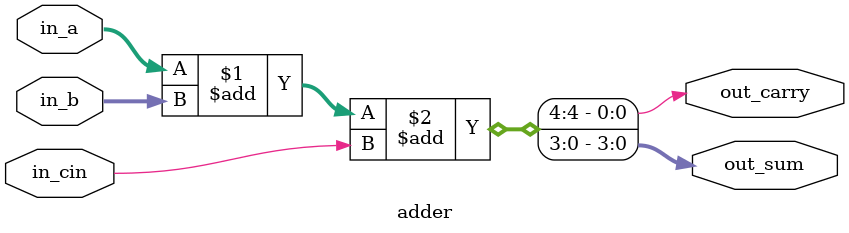
<source format=v>
/*

 This file is the part of STTP workshop Conducted at
  St Joseph Engineering College 
  
  Created By P.C. Vijay Ganesh


*/
module adder(in_a,in_b,in_cin,out_sum,out_carry);

input [3:0]in_a,in_b;
input in_cin;
output [3:0]out_sum;
output out_carry;

assign {out_carry,out_sum} = in_a+in_b+in_cin;

endmodule

</source>
